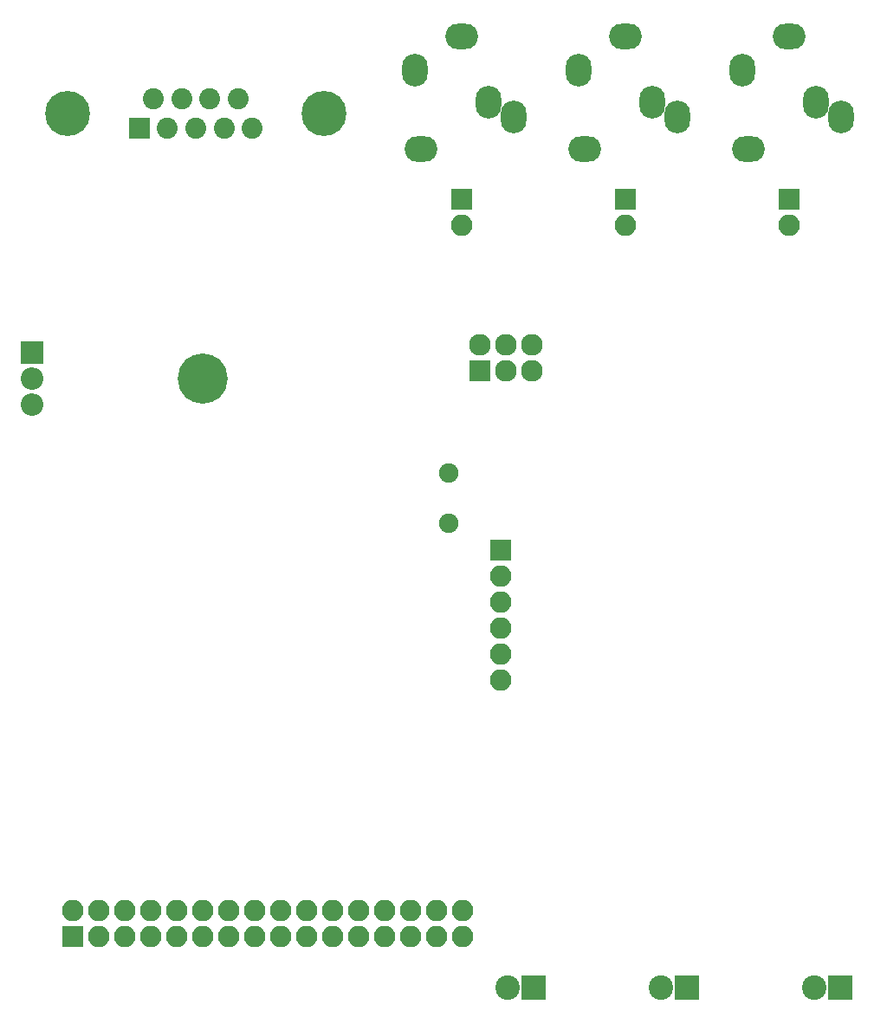
<source format=gbs>
G04 #@! TF.FileFunction,Soldermask,Bot*
%FSLAX46Y46*%
G04 Gerber Fmt 4.6, Leading zero omitted, Abs format (unit mm)*
G04 Created by KiCad (PCBNEW 4.0.6) date Thursday, 09 May 2019 22:32:22*
%MOMM*%
%LPD*%
G01*
G04 APERTURE LIST*
%ADD10C,0.100000*%
%ADD11R,2.127200X2.127200*%
%ADD12O,2.127200X2.127200*%
%ADD13R,2.400000X2.400000*%
%ADD14C,2.400000*%
%ADD15O,3.200000X2.500000*%
%ADD16O,2.500000X3.200000*%
%ADD17R,2.100000X2.100000*%
%ADD18O,2.100000X2.100000*%
%ADD19C,4.400000*%
%ADD20R,2.050000X2.050000*%
%ADD21C,2.050000*%
%ADD22C,4.900000*%
%ADD23R,2.200000X2.200000*%
%ADD24O,2.200000X2.200000*%
%ADD25C,1.901140*%
G04 APERTURE END LIST*
D10*
D11*
X168768000Y-96722000D03*
D12*
X168768000Y-94182000D03*
X171308000Y-96722000D03*
X171308000Y-94182000D03*
X173848000Y-96722000D03*
X173848000Y-94182000D03*
D13*
X174000000Y-157000000D03*
D14*
X171460000Y-157000000D03*
D13*
X189000000Y-157000000D03*
D14*
X186460000Y-157000000D03*
D13*
X204000000Y-157000000D03*
D14*
X201460000Y-157000000D03*
D15*
X183000000Y-64100000D03*
D16*
X178450000Y-67400000D03*
X188050000Y-71900000D03*
D15*
X179000000Y-75100000D03*
D16*
X185650000Y-70500000D03*
D17*
X129000000Y-152000000D03*
D18*
X129000000Y-149460000D03*
X131540000Y-152000000D03*
X131540000Y-149460000D03*
X134080000Y-152000000D03*
X134080000Y-149460000D03*
X136620000Y-152000000D03*
X136620000Y-149460000D03*
X139160000Y-152000000D03*
X139160000Y-149460000D03*
X141700000Y-152000000D03*
X141700000Y-149460000D03*
X144240000Y-152000000D03*
X144240000Y-149460000D03*
X146780000Y-152000000D03*
X146780000Y-149460000D03*
X149320000Y-152000000D03*
X149320000Y-149460000D03*
X151860000Y-152000000D03*
X151860000Y-149460000D03*
X154400000Y-152000000D03*
X154400000Y-149460000D03*
X156940000Y-152000000D03*
X156940000Y-149460000D03*
X159480000Y-152000000D03*
X159480000Y-149460000D03*
X162020000Y-152000000D03*
X162020000Y-149460000D03*
X164560000Y-152000000D03*
X164560000Y-149460000D03*
X167100000Y-152000000D03*
X167100000Y-149460000D03*
D15*
X167000000Y-64100000D03*
D16*
X162450000Y-67400000D03*
X172050000Y-71900000D03*
D15*
X163000000Y-75100000D03*
D16*
X169650000Y-70500000D03*
D15*
X199000000Y-64100000D03*
D16*
X194450000Y-67400000D03*
X204050000Y-71900000D03*
D15*
X195000000Y-75100000D03*
D16*
X201650000Y-70500000D03*
D17*
X170800000Y-114248000D03*
D18*
X170800000Y-116788000D03*
X170800000Y-119328000D03*
X170800000Y-121868000D03*
X170800000Y-124408000D03*
X170800000Y-126948000D03*
D17*
X183000000Y-80000000D03*
D18*
X183000000Y-82540000D03*
D17*
X199000000Y-80000000D03*
D18*
X199000000Y-82540000D03*
D17*
X167000000Y-80000000D03*
D18*
X167000000Y-82540000D03*
D19*
X153495000Y-71580000D03*
X128505000Y-71580000D03*
D20*
X135460000Y-73000000D03*
D21*
X138230000Y-73000000D03*
X141000000Y-73000000D03*
X143770000Y-73000000D03*
X146540000Y-73000000D03*
X136845000Y-70160000D03*
X139615000Y-70160000D03*
X142385000Y-70160000D03*
X145155000Y-70160000D03*
D22*
X141660000Y-97540000D03*
D23*
X125000000Y-95000000D03*
D24*
X125000000Y-97540000D03*
X125000000Y-100080000D03*
D25*
X165720000Y-106727060D03*
X165720000Y-111608940D03*
M02*

</source>
